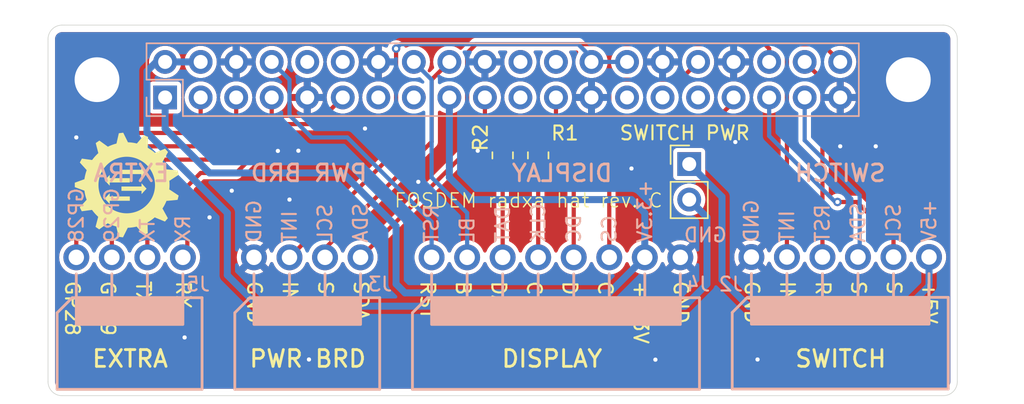
<source format=kicad_pcb>
(kicad_pcb (version 20240108) (generator "pcbnew") (generator_version "8.0")
  (title_block (comment 4 "AISLER Project ID: AAMJXCDQ"))
  (layers (0 "F.Cu" signal) (31 "B.Cu" signal) (34 "B.Paste" user) (35 "F.Paste" user) (36 "B.SilkS" user "B.Silkscreen") (37 "F.SilkS" user "F.Silkscreen") (38 "B.Mask" user) (39 "F.Mask" user) (44 "Edge.Cuts" user))
  (net 0 "")
  (net 1 "/DISP_DC")
  (net 2 "/DISP_CS")
  (net 3 "/NSW_RST")
  (net 4 "GND")
  (net 5 "+5V")
  (net 6 "/NSW_SDA")
  (net 7 "+3.3V")
  (net 8 "/NSW_INT")
  (net 9 "/PWR_BRD_SCL")
  (net 10 "/PWR_BRD_SDA")
  (net 11 "/NSW_SCL")
  (net 14 "/EXTRA_RX")
  (net 15 "/PWR_BRD_INT")
  (net 17 "/DISP_CLK")
  (net 18 "/DISP_BL")
  (net 20 "/EXTRA_GP28")
  (net 21 "/DISP_DAT")
  (net 22 "/DISP_RST")
  (net 23 "/EXTRA_GP29")
  (net 25 "Net-(J2-Pin_6)")
  (net 31 "/EXTRA_TX")
  (net 32 "Net-(J4-Pin_4)")
  (net 33 "Net-(J4-Pin_3)")
  (footprint "Connector_PinHeader_2.54mm:PinHeader_1x02_P2.54mm_Vertical" (layer "F.Cu") (at 170.0575 97.46)
    (property "Reference" "JP1" (hide yes))
    (property "Value" "SWITCH PWR" (at -0.3175 -2.2225 0) (layer "F.SilkS"))
    (fp_line (start -1.33 -1.33) (end 0 -1.33) (stroke (width 0.12)) (layer "F.SilkS"))
    (fp_line (start -1.33 0) (end -1.33 -1.33) (stroke (width 0.12)) (layer "F.SilkS"))
    (fp_line (start -1.33 1.27) (end -1.33 3.87) (stroke (width 0.12)) (layer "F.SilkS"))
    (fp_line (start -1.33 1.27) (end 1.33 1.27) (stroke (width 0.12)) (layer "F.SilkS"))
    (fp_line (start -1.33 3.87) (end 1.33 3.87) (stroke (width 0.12)) (layer "F.SilkS"))
    (fp_line (start 1.33 1.27) (end 1.33 3.87) (stroke (width 0.12)) (layer "F.SilkS"))
    (pad "1" thru_hole rect (at 0 0) (size 1.7 1.7) (drill 1) (layers "*.Cu" "*.Mask") (net 25 "Net-(J2-Pin_6)"))
    (pad "2" thru_hole oval (at 0 2.54) (size 1.7 1.7) (drill 1) (layers "*.Cu" "*.Mask") (net 5 "+5V"))
  )
  (footprint "MountingHole:MountingHole_3.2mm_M3_DIN965_Pad" (layer "F.Cu") (at 127.7225 91.4275)
    (property "Reference" "H2" (hide yes))
    (property "Value" "MountingHole_Pad")
    (pad "1" thru_hole circle (at 0 0) (size 5.6 5.6) (drill 3.2) (layers "*.Cu" "*.Mask") (net 4 "GND"))
  )
  (footprint "Resistor_SMD:R_0805_2012Metric" (layer "F.Cu") (at 156.7225 96.8375 -90)
    (property "Reference" "R2" (at -1.27 1.5875 90) (layer "F.SilkS"))
    (property "Value" "1Ω")
    (fp_line (start -0.227064 0.735) (end 0.227064 0.735) (stroke (width 0.12)) (layer "F.SilkS"))
    (fp_line (start -0.227064 -0.735) (end 0.227064 -0.735) (stroke (width 0.12)) (layer "F.SilkS"))
    (pad "1" smd roundrect (at -0.9125 0 270) (size 1.025 1.4) (layers "F.Cu" "F.Paste" "F.Mask") (roundrect_rratio 0.243902) (net 21 "/DISP_DAT"))
    (pad "2" smd roundrect (at 0.9125 0 270) (size 1.025 1.4) (layers "F.Cu" "F.Paste" "F.Mask") (roundrect_rratio 0.243902) (net 33 "Net-(J4-Pin_3)"))
  )
  (footprint "MountingHole:MountingHole_3.2mm_M3_DIN965_Pad" (layer "F.Cu") (at 185.7225 91.4275)
    (property "Reference" "H1" (hide yes))
    (property "Value" "MountingHole_Pad")
    (pad "1" thru_hole circle (at 0 0) (size 5.6 5.6) (drill 3.2) (layers "*.Cu" "*.Mask") (net 4 "GND"))
  )
  (footprint "Resistor_SMD:R_0805_2012Metric" (layer "F.Cu") (at 159.2625 96.8375 -90)
    (property "Reference" "R1" (at -1.5875 -1.905 180) (layer "F.SilkS"))
    (property "Value" "1Ω")
    (fp_line (start -0.227064 0.735) (end 0.227064 0.735) (stroke (width 0.12)) (layer "F.SilkS"))
    (fp_line (start -0.227064 -0.735) (end 0.227064 -0.735) (stroke (width 0.12)) (layer "F.SilkS"))
    (pad "1" smd roundrect (at -0.9125 0 270) (size 1.025 1.4) (layers "F.Cu" "F.Paste" "F.Mask") (roundrect_rratio 0.243902) (net 17 "/DISP_CLK"))
    (pad "2" smd roundrect (at 0.9125 0 270) (size 1.025 1.4) (layers "F.Cu" "F.Paste" "F.Mask") (roundrect_rratio 0.243902) (net 32 "Net-(J4-Pin_4)"))
  )
  (footprint "Connector_PinSocket_2.54mm:PinSocket_2x20_P2.54mm_Vertical" (layer "B.Cu") (at 132.5925 92.6975 -90)
    (property "Reference" "J1" (hide yes))
    (property "Value" "RADXA_HEADER")
    (fp_line (start -1.27 1.33) (end -3.87 1.33) (stroke (width 0.12)) (layer "B.SilkS"))
    (fp_line (start 1.33 1.33) (end 0 1.33) (stroke (width 0.12)) (layer "B.SilkS"))
    (fp_line (start 1.33 0) (end 1.33 1.33) (stroke (width 0.12)) (layer "B.SilkS"))
    (fp_line (start -1.27 -1.27) (end -1.27 1.33) (stroke (width 0.12)) (layer "B.SilkS"))
    (fp_line (start 1.33 -1.27) (end -1.27 -1.27) (stroke (width 0.12)) (layer "B.SilkS"))
    (fp_line (start -3.87 -49.59) (end -3.87 1.33) (stroke (width 0.12)) (layer "B.SilkS"))
    (fp_line (start 1.33 -49.59) (end 1.33 -1.27) (stroke (width 0.12)) (layer "B.SilkS"))
    (fp_line (start 1.33 -49.59) (end -3.87 -49.59) (stroke (width 0.12)) (layer "B.SilkS"))
    (pad "1" thru_hole rect (at 0 0 270) (size 1.7 1.7) (drill 1) (layers "*.Cu" "*.Mask") (net 7 "+3.3V"))
    (pad "2" thru_hole oval (at -2.54 0 270) (size 1.7 1.7) (drill 1) (layers "*.Cu" "*.Mask") (net 5 "+5V"))
    (pad "3" thru_hole oval (at 0 -2.54 270) (size 1.7 1.7) (drill 1) (layers "*.Cu" "*.Mask") (net 20 "/EXTRA_GP28"))
    (pad "4" thru_hole oval (at -2.54 -2.54 270) (size 1.7 1.7) (drill 1) (layers "*.Cu" "*.Mask") (net 5 "+5V"))
    (pad "5" thru_hole oval (at 0 -5.08 270) (size 1.7 1.7) (drill 1) (layers "*.Cu" "*.Mask") (net 23 "/EXTRA_GP29"))
    (pad "6" thru_hole oval (at -2.54 -5.08 270) (size 1.7 1.7) (drill 1) (layers "*.Cu" "*.Mask") (net 4 "GND"))
    (pad "7" thru_hole oval (at 0 -7.62 270) (size 1.7 1.7) (drill 1) (layers "*.Cu" "*.Mask") (net 31 "/EXTRA_TX"))
    (pad "8" thru_hole oval (at -2.54 -7.62 270) (size 1.7 1.7) (drill 1) (layers "*.Cu" "*.Mask") (net 22 "/DISP_RST"))
    (pad "9" thru_hole oval (at 0 -10.16 270) (size 1.7 1.7) (drill 1) (layers "*.Cu" "*.Mask") (net 4 "GND"))
    (pad "10" thru_hole oval (at -2.54 -10.16 270) (size 1.7 1.7) (drill 1) (layers "*.Cu" "*.Mask"))
    (pad "11" thru_hole oval (at 0 -12.7 270) (size 1.7 1.7) (drill 1) (layers "*.Cu" "*.Mask") (net 14 "/EXTRA_RX"))
    (pad "12" thru_hole oval (at -2.54 -12.7 270) (size 1.7 1.7) (drill 1) (layers "*.Cu" "*.Mask"))
    (pad "13" thru_hole oval (at 0 -15.24 270) (size 1.7 1.7) (drill 1) (layers "*.Cu" "*.Mask"))
    (pad "14" thru_hole oval (at -2.54 -15.24 270) (size 1.7 1.7) (drill 1) (layers "*.Cu" "*.Mask") (net 4 "GND"))
    (pad "15" thru_hole oval (at 0 -17.78 270) (size 1.7 1.7) (drill 1) (layers "*.Cu" "*.Mask"))
    (pad "16" thru_hole oval (at -2.54 -17.78 270) (size 1.7 1.7) (drill 1) (layers "*.Cu" "*.Mask") (net 18 "/DISP_BL"))
    (pad "17" thru_hole oval (at 0 -20.32 270) (size 1.7 1.7) (drill 1) (layers "*.Cu" "*.Mask") (net 7 "+3.3V"))
    (pad "18" thru_hole oval (at -2.54 -20.32 270) (size 1.7 1.7) (drill 1) (layers "*.Cu" "*.Mask") (net 9 "/PWR_BRD_SCL"))
    (pad "19" thru_hole oval (at 0 -22.86 270) (size 1.7 1.7) (drill 1) (layers "*.Cu" "*.Mask") (net 21 "/DISP_DAT"))
    (pad "20" thru_hole oval (at -2.54 -22.86 270) (size 1.7 1.7) (drill 1) (layers "*.Cu" "*.Mask") (net 4 "GND"))
    (pad "21" thru_hole oval (at 0 -25.4 270) (size 1.7 1.7) (drill 1) (layers "*.Cu" "*.Mask"))
    (pad "22" thru_hole oval (at -2.54 -25.4 270) (size 1.7 1.7) (drill 1) (layers "*.Cu" "*.Mask"))
    (pad "23" thru_hole oval (at 0 -27.94 270) (size 1.7 1.7) (drill 1) (layers "*.Cu" "*.Mask") (net 17 "/DISP_CLK"))
    (pad "24" thru_hole oval (at -2.54 -27.94 270) (size 1.7 1.7) (drill 1) (layers "*.Cu" "*.Mask"))
    (pad "25" thru_hole oval (at 0 -30.48 270) (size 1.7 1.7) (drill 1) (layers "*.Cu" "*.Mask") (net 4 "GND"))
    (pad "26" thru_hole oval (at -2.54 -30.48 270) (size 1.7 1.7) (drill 1) (layers "*.Cu" "*.Mask") (net 15 "/PWR_BRD_INT"))
    (pad "27" thru_hole oval (at 0 -33.02 270) (size 1.7 1.7) (drill 1) (layers "*.Cu" "*.Mask"))
    (pad "28" thru_hole oval (at -2.54 -33.02 270) (size 1.7 1.7) (drill 1) (layers "*.Cu" "*.Mask") (net 15 "/PWR_BRD_INT"))
    (pad "29" thru_hole oval (at 0 -35.56 270) (size 1.7 1.7) (drill 1) (layers "*.Cu" "*.Mask"))
    (pad "30" thru_hole oval (at -2.54 -35.56 270) (size 1.7 1.7) (drill 1) (layers "*.Cu" "*.Mask") (net 4 "GND"))
    (pad "31" thru_hole oval (at 0 -38.1 270) (size 1.7 1.7) (drill 1) (layers "*.Cu" "*.Mask"))
    (pad "32" thru_hole oval (at -2.54 -38.1 270) (size 1.7 1.7) (drill 1) (layers "*.Cu" "*.Mask") (net 1 "/DISP_DC"))
    (pad "33" thru_hole oval (at 0 -40.64 270) (size 1.7 1.7) (drill 1) (layers "*.Cu" "*.Mask") (net 2 "/DISP_CS"))
    (pad "34" thru_hole oval (at -2.54 -40.64 270) (size 1.7 1.7) (drill 1) (layers "*.Cu" "*.Mask") (net 4 "GND"))
    (pad "35" thru_hole oval (at 0 -43.18 270) (size 1.7 1.7) (drill 1) (layers "*.Cu" "*.Mask") (net 11 "/NSW_SCL"))
    (pad "36" thru_hole oval (at -2.54 -43.18 270) (size 1.7 1.7) (drill 1) (layers "*.Cu" "*.Mask") (net 10 "/PWR_BRD_SDA"))
    (pad "37" thru_hole oval (at 0 -45.72 270) (size 1.7 1.7) (drill 1) (layers "*.Cu" "*.Mask") (net 6 "/NSW_SDA"))
    (pad "38" thru_hole oval (at -2.54 -45.72 270) (size 1.7 1.7) (drill 1) (layers "*.Cu" "*.Mask") (net 8 "/NSW_INT"))
    (pad "39" thru_hole oval (at 0 -48.26 270) (size 1.7 1.7) (drill 1) (layers "*.Cu" "*.Mask") (net 4 "GND"))
    (pad "40" thru_hole oval (at -2.54 -48.26 270) (size 1.7 1.7) (drill 1) (layers "*.Cu" "*.Mask") (net 3 "/NSW_RST"))
  )
  (footprint "Connector_MTA-100:mta100_01x8_P2.54_640455-8" (layer "B.Cu") (at 169.4225 104.1275 180)
    (property "Reference" "J4" (at -2.2225 -1.9175 180) (layer "B.SilkS") (effects (justify left mirror)))
    (property "Value" "Header_01x08")
    (fp_line (start 19.15 -3.965109) (end 18.069891 -2.885) (stroke (width 0.2)) (layer "B.SilkS"))
    (fp_line (start 19.15 -9.435) (end 19.15 -3.965109) (stroke (width 0.2)) (layer "B.SilkS"))
    (fp_line (start 18.069891 -2.885) (end -1.37 -2.885) (stroke (width 0.2)) (layer "B.SilkS"))
    (fp_line (start 17.78 -2.985) (end 17.78 -1.185) (stroke (width 0.2)) (layer "B.SilkS"))
    (fp_line (start 15.24 -2.985) (end 15.24 -1.185) (stroke (width 0.2)) (layer "B.SilkS"))
    (fp_line (start 12.7 -2.985) (end 12.7 -1.185) (stroke (width 0.2)) (layer "B.SilkS"))
    (fp_line (start 10.16 -2.985) (end 10.16 -1.185) (stroke (width 0.2)) (layer "B.SilkS"))
    (fp_line (start 7.62 -2.985) (end 7.62 -1.185) (stroke (width 0.2)) (layer "B.SilkS"))
    (fp_line (start 5.08 -2.985) (end 5.08 -1.185) (stroke (width 0.2)) (layer "B.SilkS"))
    (fp_line (start 2.54 -2.985) (end 2.54 -1.185) (stroke (width 0.2)) (layer "B.SilkS"))
    (fp_line (start 0 -2.985) (end 0 -1.185) (stroke (width 0.2)) (layer "B.SilkS"))
    (fp_line (start -1.37 -2.885) (end -1.37 -9.435) (stroke (width 0.2)) (layer "B.SilkS"))
    (fp_line (start -1.37 -9.435) (end 19.15 -9.435) (stroke (width 0.2)) (layer "B.SilkS"))
    (fp_rect (start 0 -2.885) (end 17.78 -4.795) (stroke (width 0.2)) (fill solid) (layer "B.SilkS"))
    (fp_text user "${Purpose Pin6}" (at 5.08 0.9525 90) (layer "B.SilkS") (effects (justify right mirror)))
    (fp_text user "${Purpose Pin7}" (at 2.54 0.9525 90) (layer "B.SilkS") (effects (justify right mirror)))
    (fp_text user "${Purpose Pin3}" (at 12.7 0.9525 90) (layer "B.SilkS") (effects (justify right mirror)))
    (fp_text user "${Purpose Pin8}" (at -0.168908 1.595761 180) (layer "B.SilkS") (effects (justify right mirror)))
    (fp_text user "${Purpose}" (at 8.45 6.02 0) (layer "B.SilkS") (effects (font (size 1.2 1.2) (thickness 0.2)) (justify mirror)))
    (fp_text user "${Purpose Pin1}" (at 17.792712 0.967859 90) (layer "B.SilkS") (effects (justify right mirror)))
    (fp_text user "${Purpose Pin2}" (at 15.24 0.9525 90) (layer "B.SilkS") (effects (justify right mirror)))
    (fp_text user "${Purpose Pin4}" (at 10.16 0.9525 90) (layer "B.SilkS") (effects (justify right mirror)))
    (fp_text user "${Purpose Pin5}" (at 7.62 0.9525 90) (layer "B.SilkS") (effects (justify right mirror)))
    (pad "1" thru_hole circle (at 17.78 0 180) (size 1.85 1.85) (drill 1.1) (layers "*.Cu" "*.Mask") (net 22 "/DISP_RST"))
    (pad "2" thru_hole circle (at 15.24 0 180) (size 1.85 1.85) (drill 1.1) (layers "*.Cu" "*.Mask") (net 18 "/DISP_BL"))
    (pad "3" thru_hole circle (at 12.7 0 180) (size 1.85 1.85) (drill 1.1) (layers "*.Cu" "*.Mask") (net 33 "Net-(J4-Pin_3)"))
    (pad "4" thru_hole circle (at 10.16 0 180) (size 1.85 1.85) (drill 1.1) (layers "*.Cu" "*.Mask") (net 32 "Net-(J4-Pin_4)"))
    (pad "5" thru_hole circle (at 7.62 0 180) (size 1.85 1.85) (drill 1.1) (layers "*.Cu" "*.Mask") (net 1 "/DISP_DC"))
    (pad "6" thru_hole circle (at 5.08 0 180) (size 1.85 1.85) (drill 1.1) (layers "*.Cu" "*.Mask") (net 2 "/DISP_CS"))
    (pad "7" thru_hole circle (at 2.54 0 180) (size 1.85 1.85) (drill 1.1) (layers "*.Cu" "*.Mask") (net 7 "+3.3V"))
    (pad "8" thru_hole circle (at 0 0 180) (size 1.85 1.85) (drill 1.1) (layers "*.Cu" "*.Mask") (net 4 "GND"))
  )
  (footprint "Connector_MTA-100:mta100_01x4_P2.54_640455-4" (layer "B.Cu") (at 133.8625 104.1275 180)
    (property "Reference" "J5" (at -2.0275 -1.9175 0) (layer "B.SilkS") (effects (justify left mirror)))
    (property "Value" "Header_01x04")
    (fp_line (start 8.99 -3.965109) (end 7.909891 -2.885) (stroke (width 0.2)) (layer "B.SilkS"))
    (fp_line (start 8.99 -9.435) (end 8.99 -3.965109) (stroke (width 0.2)) (layer "B.SilkS"))
    (fp_line (start 7.909891 -2.885) (end -1.37 -2.885) (stroke (width 0.2)) (layer "B.SilkS"))
    (fp_line (start 7.62 -2.985) (end 7.62 -1.185) (stroke (width 0.2)) (layer "B.SilkS"))
    (fp_line (start 5.08 -2.985) (end 5.08 -1.185) (stroke (width 0.2)) (layer "B.SilkS"))
    (fp_line (start 2.54 -2.985) (end 2.54 -1.185) (stroke (width 0.2)) (layer "B.SilkS"))
    (fp_line (start 0 -2.985) (end 0 -1.185) (stroke (width 0.2)) (layer "B.SilkS"))
    (fp_line (start -1.37 -2.885) (end -1.37 -9.435) (stroke (width 0.2)) (layer "B.SilkS"))
    (fp_line (start -1.37 -9.435) (end 8.99 -9.435) (stroke (width 0.2)) (layer "B.SilkS"))
    (fp_rect (start 0 -2.885) (end 7.62 -4.795) (stroke (width 0.2)) (fill solid) (layer "B.SilkS"))
    (fp_text user "${Purpose Pin3}" (at 2.54 0.9525 90) (layer "B.SilkS") (effects (justify right mirror)))
    (fp_text user "${Purpose}" (at 3.6875 6.02 0) (layer "B.SilkS") (effects (font (size 1.2 1.2) (thickness 0.2)) (justify mirror)))
    (fp_text user "${Purpose Pin4}" (at 0 0.9525 90) (layer "B.SilkS") (effects (justify right mirror)))
    (fp_text user "${Purpose Pin1}" (at 7.62 0.9525 90) (layer "B.SilkS") (effects (justify right mirror)))
    (fp_text user "${Purpose Pin2}" (at 5.08 0.9525 90) (layer "B.SilkS") (effects (justify right mirror)))
    (pad "1" thru_hole circle (at 7.62 0 180) (size 1.85 1.85) (drill 1.1) (layers "*.Cu" "*.Mask") (net 20 "/EXTRA_GP28"))
    (pad "2" thru_hole circle (at 5.08 0 180) (size 1.85 1.85) (drill 1.1) (layers "*.Cu" "*.Mask") (net 23 "/EXTRA_GP29"))
    (pad "3" thru_hole circle (at 2.54 0 180) (size 1.85 1.85) (drill 1.1) (layers "*.Cu" "*.Mask") (net 31 "/EXTRA_TX"))
    (pad "4" thru_hole circle (at 0 0 180) (size 1.85 1.85) (drill 1.1) (layers "*.Cu" "*.Mask") (net 14 "/EXTRA_RX"))
  )
  (footprint "Connector_MTA-100:mta100_01x6_P2.54_640455-6" (layer "B.Cu") (at 187.2025 104.105 180)
    (property "Reference" "J2" (at 13.2125 -1.94 180) (layer "B.SilkS") (effects (justify left mirror)))
    (property "Value" "Header_01x06")
    (fp_line (start 14.07 -3.965109) (end 12.989891 -2.885) (stroke (width 0.2)) (layer "B.SilkS"))
    (fp_line (start 14.07 -9.435) (end 14.07 -3.965109) (stroke (width 0.2)) (layer "B.SilkS"))
    (fp_line (start 12.989891 -2.885) (end -1.37 -2.885) (stroke (width 0.2)) (layer "B.SilkS"))
    (fp_line (start 12.7 -2.985) (end 12.7 -1.185) (stroke (width 0.2)) (layer "B.SilkS"))
    (fp_line (start 10.16 -2.985) (end 10.16 -1.185) (stroke (width 0.2)) (layer "B.SilkS"))
    (fp_line (start 7.62 -2.985) (end 7.62 -1.185) (stroke (width 0.2)) (layer "B.SilkS"))
    (fp_line (start 5.08 -2.985) (end 5.08 -1.185) (stroke (width 0.2)) (layer "B.SilkS"))
    (fp_line (start 2.54 -2.985) (end 2.54 -1.185) (stroke (width 0.2)) (layer "B.SilkS"))
    (fp_line (start 0 -2.985) (end 0 -1.185) (stroke (width 0.2)) (layer "B.SilkS"))
    (fp_line (start -1.37 -2.885) (end -1.37 -9.435) (stroke (width 0.2)) (layer "B.SilkS"))
    (fp_line (start -1.37 -9.435) (end 14.07 -9.435) (stroke (width 0.2)) (layer "B.SilkS"))
    (fp_rect (start 0 -2.885) (end 12.7 -4.795) (stroke (width 0.2)) (fill solid) (layer "B.SilkS"))
    (fp_text user "${Purpose Pin2}" (at 10.16 0.9525 90) (layer "B.SilkS") (effects (justify right mirror)))
    (fp_text user "${Purpose Pin1}" (at 12.7 0.9525 90) (layer "B.SilkS") (effects (justify right mirror)))
    (fp_text user "${Purpose}" (at 6.35 5.9975 0) (layer "B.SilkS") (effects (font (size 1.2 1.2) (thickness 0.2)) (justify mirror)))
    (fp_text user "${Purpose Pin3}" (at 7.62 0.9525 90) (layer "B.SilkS") (effects (justify right mirror)))
    (fp_text user "${Purpose Pin6}" (at 0 0.9525 90) (layer "B.SilkS") (effects (justify right mirror)))
    (fp_text user "${Purpose Pin4}" (at 5.08 0.9525 90) (layer "B.SilkS") (effects (justify right mirror)))
    (fp_text user "${Purpose Pin5}" (at 2.54 0.9525 90) (layer "B.SilkS") (effects (justify right mirror)))
    (pad "1" thru_hole circle (at 12.7 0 180) (size 1.85 1.85) (drill 1.1) (layers "*.Cu" "*.Mask") (net 4 "GND"))
    (pad "2" thru_hole circle (at 10.16 0 180) (size 1.85 1.85) (drill 1.1) (layers "*.Cu" "*.Mask") (net 3 "/NSW_RST"))
    (pad "3" thru_hole circle (at 7.62 0 180) (size 1.85 1.85) (drill 1.1) (layers "*.Cu" "*.Mask") (net 8 "/NSW_INT"))
    (pad "4" thru_hole circle (at 5.08 0 180) (size 1.85 1.85) (drill 1.1) (layers "*.Cu" "*.Mask") (net 6 "/NSW_SDA"))
    (pad "5" thru_hole circle (at 2.54 0 180) (size 1.85 1.85) (drill 1.1) (layers "*.Cu" "*.Mask") (net 11 "/NSW_SCL"))
    (pad "6" thru_hole circle (at 0 0 180) (size 1.85 1.85) (drill 1.1) (layers "*.Cu" "*.Mask") (net 25 "Net-(J2-Pin_6)"))
  )
  (footprint "Connector_MTA-100:mta100_01x4_P2.54_640455-4" (layer "B.Cu") (at 146.5625 104.1275 180)
    (property "Reference" "J3" (at -2.345 -1.9175 0) (layer "B.SilkS") (effects (justify left mirror)))
    (property "Value" "Header_01x04")
    (fp_line (start 8.99 -3.965109) (end 7.909891 -2.885) (stroke (width 0.2)) (layer "B.SilkS"))
    (fp_line (start 8.99 -9.435) (end 8.99 -3.965109) (stroke (width 0.2)) (layer "B.SilkS"))
    (fp_line (start 7.909891 -2.885) (end -1.37 -2.885) (stroke (width 0.2)) (layer "B.SilkS"))
    (fp_line (start 7.62 -2.985) (end 7.62 -1.185) (stroke (width 0.2)) (layer "B.SilkS"))
    (fp_line (start 5.08 -2.985) (end 5.08 -1.185) (stroke (width 0.2)) (layer "B.SilkS"))
    (fp_line (start 2.54 -2.985) (end 2.54 -1.185) (stroke (width 0.2)) (layer "B.SilkS"))
    (fp_line (start 0 -2.985) (end 0 -1.185) (stroke (width 0.2)) (layer "B.SilkS"))
    (fp_line (start -1.37 -2.885) (end -1.37 -9.435) (stroke (width 0.2)) (layer "B.SilkS"))
    (fp_line (start -1.37 -9.435) (end 8.99 -9.435) (stroke (width 0.2)) (layer "B.SilkS"))
    (fp_rect (start 0 -2.885) (end 7.62 -4.795) (stroke (width 0.2)) (fill solid) (layer "B.SilkS"))
    (fp_text user "${Purpose Pin4}" (at 0 0.9525 90) (layer "B.SilkS") (effects (justify right mirror)))
    (fp_text user "${Purpose Pin2}" (at 5.08 0.9525 90) (layer "B.SilkS") (effects (justify right mirror)))
    (fp_text user "${Purpose Pin3}" (at 2.54 0.9525 90) (layer "B.SilkS") (effects (justify right mirror)))
    (fp_text user "${Purpose Pin1}" (at 7.62 0.9525 90) (layer "B.SilkS") (effects (justify right mirror)))
    (fp_text user "${Purpose}" (at 3.6875 6.02 0) (layer "B.SilkS") (effects (font (size 1.2 1.2) (thickness 0.2)) (justify mirror)))
    (pad "1" thru_hole circle (at 7.62 0 180) (size 1.85 1.85) (drill 1.1) (layers "*.Cu" "*.Mask") (net 4 "GND"))
    (pad "2" thru_hole circle (at 5.08 0 180) (size 1.85 1.85) (drill 1.1) (layers "*.Cu" "*.Mask") (net 15 "/PWR_BRD_INT"))
    (pad "3" thru_hole circle (at 2.54 0 180) (size 1.85 1.85) (drill 1.1) (layers "*.Cu" "*.Mask") (net 9 "/PWR_BRD_SCL"))
    (pad "4" thru_hole circle (at 0 0 180) (size 1.85 1.85) (drill 1.1) (layers "*.Cu" "*.Mask") (net 10 "/PWR_BRD_SDA"))
  )
  (gr_poly (pts (xy 131.265969 98.021645) (xy 130.886819 98.409676) (xy 130.886819 98.176857) (xy 129.370172 98.176857) (xy 129.370172 97.866433) (xy 130.886819 97.866433) (xy 130.886819 97.633614)) (stroke (width -0.000001)) (fill solid) (layer "F.SilkS"))
  (gr_poly (pts (xy 129.935861 95.902626) (xy 130.016696 95.906155) (xy 130.097367 95.911815) (xy 130.177832 95.919601) (xy 130.258048 95.929509) (xy 130.337975 95.941532) (xy 130.41757 95.955665) (xy 130.496793 95.971904) (xy 130.575601 95.990242) (xy 130.5776 95.982613) (xy 131.072961 95.399788) (xy 131.369317 95.512947) (xy 131.350183 96.277657) (xy 131.342172 96.292305) (xy 131.411823 96.332544) (xy 131.480359 96.374579) (xy 131.547745 96.418386) (xy 131.613946 96.46394) (xy 131.678928 96.511218) (xy 131.742658 96.560196) (xy 131.8051 96.610849) (xy 131.86622 96.663155) (xy 131.881112 96.645882) (xy 132.59057 96.360024) (xy 132.800363 96.597969) (xy 132.428048 97.266121) (xy 132.405236 97.281349) (xy 132.448266 97.349006) (xy 132.489486 97.417736) (xy 132.528877 97.4875) (xy 132.566421 97.558262) (xy 132.602098 97.629984) (xy 132.635891 97.702628) (xy 132.66778 97.776157) (xy 132.697747 97.850533) (xy 132.727151 97.838967) (xy 133.488107 97.915596) (xy 133.563333 98.223732) (xy 132.923165 98.642342) (xy 132.892388 98.645699) (xy 132.896167 98.684642) (xy 132.899447 98.723626) (xy 132.902228 98.762646) (xy 132.90451 98.801697) (xy 132.906293 98.840774) (xy 132.907578 98.879871) (xy 132.908365 98.918984) (xy 132.908654 98.958107) (xy 132.90793 98.99907) (xy 132.90666 99.040016) (xy 132.904845 99.08094) (xy 132.902484 99.121834) (xy 132.899577 99.162694) (xy 132.896125 99.203515) (xy 132.892127 99.244289) (xy 132.887582 99.285012) (xy 132.921685 99.288827) (xy 133.55993 99.710335) (xy 133.483361 100.018105) (xy 132.721978 100.091347) (xy 132.694558 100.080391) (xy 132.664004 100.154563) (xy 132.63153 100.227869) (xy 132.597158 100.300273) (xy 132.560906 100.371739) (xy 132.522795 100.442231) (xy 132.482844 100.511712) (xy 132.441072 100.580147) (xy 132.3975 100.6475) (xy 132.420403 100.662819) (xy 132.789742 101.332619) (xy 132.57882 101.569619) (xy 131.870675 101.280526) (xy 131.856469 101.263955) (xy 131.79515 101.316087) (xy 131.732513 101.366564) (xy 131.668591 101.415361) (xy 131.603419 101.462452) (xy 131.537033 101.507815) (xy 131.469465 101.551423) (xy 131.400751 101.593253) (xy 131.330926 101.633278) (xy 131.338021 101.646432) (xy 131.353707 102.411141) (xy 131.056817 102.522957) (xy 130.564096 101.937966) (xy 130.562097 101.929024) (xy 130.483266 101.946902) (xy 130.404032 101.962677) (xy 130.324438 101.976344) (xy 130.244525 101.9879) (xy 130.164335 101.997343) (xy 130.08391 102.004667) (xy 130.003293 102.00987) (xy 129.922524 102.012948) (xy 129.922524 102.014321) (xy 129.581002 102.698769) (xy 129.266229 102.659829) (xy 129.101678 101.920632) (xy 129.022394 101.89964) (xy 128.943744 101.876546) (xy 128.865771 101.851362) (xy 128.788514 101.824105) (xy 128.712016 101.794787) (xy 128.636317 101.763424) (xy 128.561458 101.73003) (xy 128.487481 101.694619) (xy 127.877664 102.129647) (xy 127.616998 101.9488) (xy 127.808282 101.229867) (xy 127.747158 101.173582) (xy 127.687619 101.115689) (xy 127.629695 101.056223) (xy 127.573417 100.995217) (xy 127.518814 100.932706) (xy 127.465918 100.868725) (xy 127.414758 100.803308) (xy 127.365365 100.736489) (xy 126.633874 100.834115) (xy 126.487161 100.552834) (xy 126.982781 100.010262) (xy 126.954996 99.931294) (xy 126.929393 99.851639) (xy 126.905986 99.771344) (xy 126.884786 99.690453) (xy 126.865804 99.609013) (xy 126.849053 99.52707) (xy 126.834544 99.444668) (xy 126.822289 99.361855) (xy 126.134652 99.108986) (xy 126.13484 98.931684) (xy 127.827581 98.931684) (xy 127.828847 99.032013) (xy 127.835184 99.132901) (xy 127.846685 99.234195) (xy 127.863444 99.335741) (xy 127.885552 99.437386) (xy 127.912766 99.537781) (xy 127.944682 99.635624) (xy 127.981147 99.73082) (xy 128.022009 99.823276) (xy 128.067112 99.9129) (xy 128.116305 99.999598) (xy 128.169433 100.083277) (xy 128.226343 100.163843) (xy 128.286882 100.241204) (xy 128.350896 100.315266) (xy 128.418232 100.385936) (xy 128.488736 100.45312) (xy 128.562255 100.516726) (xy 128.638635 100.57666) (xy 128.717723 100.632829) (xy 128.799365 100.685139) (xy 128.883408 100.733498) (xy 128.969699 100.777813) (xy 129.058084 100.817989) (xy 129.14841 100.853934) (xy 129.240523 100.885555) (xy 129.334269 100.912758) (xy 129.429496 100.93545) (xy 129.526049 100.953538) (xy 129.623776 100.966929) (xy 129.722523 100.975528) (xy 129.822136 100.979244) (xy 129.922463 100.977983) (xy 130.023348 100.971652) (xy 130.12464 100.960157) (xy 130.226185 100.943405) (xy 130.327828 100.921303) (xy 130.428229 100.89409) (xy 130.526077 100.862173) (xy 130.621278 100.825707) (xy 130.713739 100.784844) (xy 130.803367 100.739739) (xy 130.890068 100.690545) (xy 130.97375 100.637415) (xy 131.05432 100.580502) (xy 131.131683 100.519961) (xy 131.205747 100.455944) (xy 131.276419 100.388605) (xy 131.343604 100.318098) (xy 131.407211 100.244576) (xy 131.467146 100.168192) (xy 131.523315 100.089101) (xy 131.575625 100.007454) (xy 131.623984 99.923407) (xy 131.668297 99.837112) (xy 131.708472 99.748723) (xy 131.744416 99.658393) (xy 131.776034 99.566276) (xy 131.803235 99.472525) (xy 131.825924 99.377294) (xy 131.844008 99.280735) (xy 131.857395 99.183004) (xy 131.86599 99.084253) (xy 131.869702 98.984635) (xy 131.868435 98.884304) (xy 131.862098 98.783414) (xy 131.850597 98.682117) (xy 131.833839 98.580568) (xy 131.81173 98.47892) (xy 131.78854 98.392237) (xy 131.761775 98.307323) (xy 131.73153 98.224251) (xy 131.697902 98.143092) (xy 131.660986 98.063919) (xy 131.620876 97.986803) (xy 131.577667 97.911815) (xy 131.531456 97.839028) (xy 131.482337 97.768513) (xy 131.430405 97.700342) (xy 131.318484 97.571321) (xy 131.196456 97.452537) (xy 131.065082 97.344567) (xy 130.925123 97.247983) (xy 130.777342 97.16336) (xy 130.6225 97.091273) (xy 130.542669 97.06011) (xy 130.461358 97.032296) (xy 130.378664 97.007903) (xy 130.29468 96.987003) (xy 130.209502 96.969667) (xy 130.123225 96.955968) (xy 130.035945 96.945978) (xy 129.947757 96.939767) (xy 129.858756 96.937408) (xy 129.769036 96.938973) (xy 129.71856 96.941594) (xy 129.668188 96.945475) (xy 129.617943 96.950611) (xy 129.567849 96.957001) (xy 129.51793 96.964641) (xy 129.468208 96.973528) (xy 129.418709 96.98366) (xy 129.369454 96.995034) (xy 129.269054 97.022247) (xy 129.171206 97.054164) (xy 129.076005 97.09063) (xy 128.983544 97.131492) (xy 128.893916 97.176598) (xy 128.807215 97.225792) (xy 128.723533 97.278922) (xy 128.642963 97.335834) (xy 128.5656 97.396376) (xy 128.491536 97.460392) (xy 128.420864 97.52773) (xy 128.353679 97.598237) (xy 128.290072 97.671759) (xy 128.230137 97.748142) (xy 128.173968 97.827233) (xy 128.121657 97.908879) (xy 128.073299 97.992925) (xy 128.028985 98.079219) (xy 127.98881 98.167608) (xy 127.952867 98.257937) (xy 127.921249 98.350053) (xy 127.894048 98.443802) (xy 127.871359 98.539032) (xy 127.853275 98.635589) (xy 127.839888 98.733318) (xy 127.831292 98.832068) (xy 127.827581 98.931684) (xy 126.13484 98.931684) (xy 126.134988 98.791756) (xy 126.823663 98.54197) (xy 126.836035 98.459066) (xy 126.850669 98.376578) (xy 126.867553 98.294551) (xy 126.886674 98.213032) (xy 126.908021 98.132066) (xy 126.931582 98.0517) (xy 126.957345 97.97198) (xy 126.985299 97.892952) (xy 126.493966 97.349434) (xy 126.642007 97.068856) (xy 127.373574 97.170082) (xy 127.423077 97.10329) (xy 127.474347 97.037907) (xy 127.527355 96.973967) (xy 127.582068 96.911503) (xy 127.638458 96.850548) (xy 127.696493 96.791136) (xy 127.756142 96.733299) (xy 127.817376 96.677071) (xy 127.630136 95.958565) (xy 127.891595 95.778969) (xy 128.500451 96.217934) (xy 128.574438 96.182716) (xy 128.649303 96.149512) (xy 128.725003 96.118336) (xy 128.801497 96.089203) (xy 128.878743 96.062127) (xy 128.956699 96.037123) (xy 129.035323 96.014204) (xy 129.114572 95.993386) (xy 129.282449 95.255104) (xy 129.597482 95.217537)) (stroke (width -0.000001)) (fill solid) (layer "F.SilkS"))
  (gr_poly (pts (xy 128.631799 98.465096) (xy 130.068612 98.465096) (xy 130.068612 98.775521) (xy 128.631799 98.775551) (xy 128.631799 99.00837) (xy 128.272607 98.620308) (xy 128.631799 98.232277)) (stroke (width -0.000001)) (fill solid) (layer "F.SilkS"))
  (gr_poly (pts (xy 131.265939 99.218972) (xy 130.906747 99.607003) (xy 130.906747 99.374215) (xy 129.469934 99.374215) (xy 129.469934 99.06379) (xy 130.906747 99.063759) (xy 130.906747 98.830941)) (stroke (width -0.000001)) (fill solid) (layer "F.SilkS"))
  (gr_poly (pts (xy 128.631799 99.773324) (xy 130.068612 99.773324) (xy 130.068612 100.083748) (xy 128.631799 100.083748) (xy 128.631799 100.316567) (xy 128.272607 99.928536) (xy 128.631799 99.540505)) (stroke (width -0.000001)) (fill solid) (layer "F.SilkS"))
  (gr_arc (start 189.2225 113.0175) (mid 188.929607 113.724607) (end 188.2225 114.0175) (stroke (width 0.05)) (layer "Edge.Cuts"))
  (gr_line (start 124.2225 88.5275) (end 124.2225 113.0175) (stroke (width 0.05)) (layer "Edge.Cuts"))
  (gr_line (start 188.2225 87.5275) (end 125.2225 87.5275) (stroke (width 0.05)) (layer "Edge.Cuts"))
  (gr_arc (start 125.2225 114.0175) (mid 124.515393 113.724607) (end 124.2225 113.0175) (stroke (width 0.05)) (layer "Edge.Cuts"))
  (gr_line (start 189.2225 88.5275) (end 189.2225 113.0175) (stroke (width 0.05)) (layer "Edge.Cuts"))
  (gr_arc (start 124.2225 88.5275) (mid 124.515393 87.820393) (end 125.2225 87.5275) (stroke (width 0.05)) (layer "Edge.Cuts"))
  (gr_arc (start 188.2225 87.5275) (mid 188.929607 87.820393) (end 189.2225 88.5275) (stroke (width 0.05)) (layer "Edge.Cuts"))
  (gr_line (start 188.2225 114.0175) (end 125.2225 114.0175) (stroke (width 0.05)) (layer "Edge.Cuts"))
  (gr_text "GP28" (at 125.96 105.7275 270) (layer "F.SilkS") (effects (font (size 1 1)) (justify left)))
  (gr_text "SWITCH" (at 180.8875 112.0775 0) (layer "F.SilkS") (effects (font (size 1.2 1.2) (thickness 0.2) (bold yes)) (justify bottom)))
  (gr_text "SCL" (at 144.0575 105.7275 270) (layer "F.SilkS") (effects (font (size 1 1)) (justify left)))
  (gr_text "DISPLAY" (at 160.25 112.0775 0) (layer "F.SilkS") (effects (font (size 1.2 1.2) (thickness 0.2) (bold yes)) (justify bottom)))
  (gr_text "PWR BRD" (at 142.7875 112.0775 0) (layer "F.SilkS") (effects (font (size 1.2 1.2) (thickness 0.2) (bold yes)) (justify bottom)))
  (gr_text "FOSDEM radxa hat rev. C" (at 148.9075 100.6475 0) (layer "F.SilkS") (effects (font (size 1 1) (thickness 0.1)) (justify left bottom)))
  (gr_text "GND" (at 169.4575 105.7275 270) (layer "F.SilkS") (effects (font (size 1 1)) (justify left)))
  (gr_text "BL" (at 153.9 105.7275 270) (layer "F.SilkS") (effects (font (size 1 1)) (justify left)))
  (gr_text "CLK" (at 158.98 105.7275 270) (layer "F.SilkS") (effects (font (size 1 1)) (justify left)))
  (gr_text "DAT" (at 156.44 105.7275 270) (layer "F.SilkS") (effects (font (size 1 1)) (justify left)))
  (gr_text "TX" (at 131.04 105.7275 270) (layer "F.SilkS") (effects (font (size 1 1)) (justify left)))
  (gr_text "GP29" (at 128.5 105.7275 270) (layer "F.SilkS") (effects (font (size 1 1)) (justify left)))
  (gr_text "INT" (at 177.0775 105.7275 270) (layer "F.SilkS") (effects (font (size 1 1)) (justify left)))
  (gr_text "RX" (at 133.8975 105.7275 270) (layer "F.SilkS") (effects (font (size 1 1)) (justify left)))
  (gr_text "GND" (at 138.9775 105.7275 270) (layer "F.SilkS") (effects (font (size 1 1)) (justify left)))
  (gr_text "SCL" (at 184.6975 105.7275 270) (layer "F.SilkS") (effects (font (size 1 1)) (justify left)))
  (gr_text "RST" (at 179.6175 105.7275 270) (layer "F.SilkS") (effects (font (size 1 1)) (justify left)))
  (gr_text "SDA" (at 182.1575 105.7275 270) (layer "F.SilkS") (effects (font (size 1 1)) (justify left)))
  (gr_text "+5V" (at 187.2375 105.7275 270) (layer "F.SilkS") (effects (font (size 1 1)) (justify left)))
  (gr_text "SDA" (at 146.5975 105.7275 270) (layer "F.SilkS") (effects (font (size 1 1)) (justify left)))
  (gr_text "EXTRA" (at 130.0875 112.0775 0) (layer "F.SilkS") (effects (font (size 1.2 1.2) (thickness 0.2) (bold yes)) (justify bottom)))
  (gr_text "GND" (at 174.5375 105.7275 270) (layer "F.SilkS") (effects (font (size 1 1)) (justify left)))
  (gr_text "RST" (at 151.36 105.7275 270) (layer "F.SilkS") (effects (font (size 1 1)) (justify left)))
  (gr_text "+3.3V" (at 166.6 105.7275 270) (layer "F.SilkS") (effects (font (size 1 1)) (justify left)))
  (gr_text "INT" (at 141.5175 105.7275 270) (layer "F.SilkS") (effects (font (size 1 1)) (justify left)))
  (gr_text "CS" (at 164.06 105.7275 270) (layer "F.SilkS") (effects (font (size 1 1)) (justify left)))
  (gr_text "DC" (at 161.52 105.7275 270) (layer "F.SilkS") (effects (font (size 1 1)) (justify left)))
  (segment (start 164.922721 91.4275) (end 164.3425 92.007721) (width 0.3) (layer "F.Cu") (net 1))
  (segment (start 161.8025 96.825) (end 161.8025 104.1275) (width 0.3) (layer "F.Cu") (net 1))
  (segment (start 164.3425 94.285) (end 161.8025 96.825) (width 0.3) (layer "F.Cu") (net 1))
  (segment (start 170.6925 90.1575) (end 169.4225 91.4275) (width 0.3) (layer "F.Cu") (net 1))
  (segment (start 169.4225 91.4275) (end 164.922721 91.4275) (width 0.3) (layer "F.Cu") (net 1))
  (segment (start 164.3425 92.007721) (end 164.3425 94.285) (width 0.3) (layer "F.Cu") (net 1))
  (segment (start 165.6125 94.285) (end 171.9625 94.285) (width 0.3) (layer "F.Cu") (net 2))
  (segment (start 164.3425 95.555) (end 165.6125 94.285) (width 0.3) (layer "F.Cu") (net 2))
  (segment (start 171.9625 94.285) (end 173.2325 93.015) (width 0.3) (layer "F.Cu") (net 2))
  (segment (start 173.2325 93.015) (end 173.2325 92.6975) (width 0.3) (layer "F.Cu") (net 2))
  (segment (start 164.3425 104.1275) (end 164.3425 95.555) (width 0.3) (layer "F.Cu") (net 2))
  (segment (start 177.0425 104.105) (end 177.0425 89.34) (width 0.3) (layer "F.Cu") (net 3))
  (segment (start 177.4825 88.9) (end 179.595 88.9) (width 0.3) (layer "F.Cu") (net 3))
  (segment (start 179.595 88.9) (end 180.8525 90.1575) (width 0.3) (layer "F.Cu") (net 3))
  (segment (start 177.0425 89.34) (end 177.4825 88.9) (width 0.3) (layer "F.Cu") (net 3))
  (segment (start 163.0725 92.6975) (end 163.0725 93.9675) (width 0.5) (layer "F.Cu") (net 4))
  (via (at 165.93 97.7775) (size 0.6) (drill 0.3) (layers "F.Cu" "B.Cu") (net 4))
  (via (at 135.7675 101.27) (size 0.6) (drill 0.3) (layers "F.Cu" "B.Cu") (net 4))
  (via (at 142.1175 96.5075) (size 0.6) (drill 0.3) (layers "F.Cu" "B.Cu") (net 4))
  (via (at 174.9425 111.43) (size 0.6) (drill 0.3) (layers "F.Cu" "B.Cu") (net 4))
  (via (at 141.4825 100) (size 0.6) (drill 0.3) (layers "F.Cu" "B.Cu") (net 4))
  (via (at 142.875 111.43) (size 0.6) (drill 0.3) (layers "F.Cu" "B.Cu") (net 4))
  (via (at 173.355 95.885) (size 0.6) (drill 0.3) (layers "F.Cu" "B.Cu") (net 4))
  (via (at 146.88 94.92) (size 0.6) (drill 0.3) (layers "F.Cu" "B.Cu") (net 4))
  (via (at 167.64 111.4425) (size 0.6) (drill 0.3) (layers "F.Cu" "B.Cu") (net 4))
  (via (at 154.94 96.5075) (size 0.6) (drill 0.3) (layers "F.Cu" "B.Cu") (net 4))
  (via (at 140.6525 96.52) (size 0.6) (drill 0.3) (layers "F.Cu" "B.Cu") (net 4))
  (via (at 133.985 109.855) (size 0.6) (drill 0.3) (layers "F.Cu" "B.Cu") (net 4))
  (via (at 183.3925 96.19) (size 0.6) (drill 0.3) (layers "F.Cu" "B.Cu") (net 4))
  (via (at 180.8525 96.19) (size 0.6) (drill 0.3) (layers "F.Cu" "B.Cu") (net 4))
  (via (at 126.2425 95.555) (size 0.6) (drill 0.3) (layers "F.Cu" "B.Cu") (net 4))
  (via (at 137.355 99.365) (size 0.6) (drill 0.3) (layers "F.Cu" "B.Cu") (net 4))
  (via (at 150.69 98.73) (size 0.6) (drill 0.3) (layers "F.Cu" "B.Cu") (net 4))
  (segment (start 139.26 107.62) (end 169.74 107.62) (width 0.5) (layer "B.Cu") (net 5))
  (segment (start 171.3275 106.0325) (end 171.3275 102.54) (width 0.5) (layer "B.Cu") (net 5))
  (segment (start 132.5925 90.1575) (end 131.9575 90.1575) (width 0.5) (layer "B.Cu") (net 5))
  (segment (start 137.0375 100.9525) (end 137.0375 105.3975) (width 0.5) (layer "B.Cu") (net 5))
  (segment (start 131.2925 95.2075) (end 137.0375 100.9525) (width 0.5) (layer "B.Cu") (net 5))
  (segment (start 169.74 107.62) (end 171.3275 106.0325) (width 0.5) (layer "B.Cu") (net 5))
  (segment (start 131.9575 90.1575) (end 131.2925 90.8225) (width 0.5) (layer "B.Cu") (net 5))
  (segment (start 131.2925 90.8225) (end 131.2925 95.2075) (width 0.5) (layer "B.Cu") (net 5))
  (segment (start 171.3275 101.27) (end 170.0575 100) (width 0.5) (layer "B.Cu") (net 5))
  (segment (start 171.3275 102.54) (end 171.3275 101.27) (width 0.5) (layer "B.Cu") (net 5))
  (segment (start 137.0375 105.3975) (end 139.26 107.62) (width 0.5) (layer "B.Cu") (net 5))
  (segment (start 135.1325 90.1575) (end 132.5925 90.1575) (width 0.5) (layer "B.Cu") (net 5))
  (segment (start 182.245 103.9825) (end 182.245 99.695) (width 0.3) (layer "B.Cu") (net 6))
  (segment (start 182.245 99.695) (end 178.3125 95.7625) (width 0.3) (layer "B.Cu") (net 6))
  (segment (start 182.1225 104.105) (end 182.245 103.9825) (width 0.3) (layer "B.Cu") (net 6))
  (segment (start 178.3125 95.7625) (end 178.3125 92.6975) (width 0.3) (layer "B.Cu") (net 6))
  (segment (start 152.9125 98.4125) (end 152.9125 92.6975) (width 0.5) (layer "B.Cu") (net 7))
  (segment (start 132.5925 94.92) (end 135.7675 98.095) (width 0.5) (layer "B.Cu") (net 7))
  (segment (start 149.7375 106.6675) (end 164.3425 106.6675) (width 0.5) (layer "B.Cu") (net 7))
  (segment (start 149.1025 101.905) (end 149.1025 106.0325) (width 0.5) (layer "B.Cu") (net 7))
  (segment (start 132.5925 92.6975) (end 132.5925 94.92) (width 0.5) (layer "B.Cu") (net 7))
  (segment (start 165.93 100) (end 154.5 100) (width 0.5) (layer "B.Cu") (net 7))
  (segment (start 135.7675 98.095) (end 145.2925 98.095) (width 0.5) (layer "B.Cu") (net 7))
  (segment (start 149.1025 106.0325) (end 149.7375 106.6675) (width 0.5) (layer "B.Cu") (net 7))
  (segment (start 145.2925 98.095) (end 149.1025 101.905) (width 0.5) (layer "B.Cu") (net 7))
  (segment (start 154.5 100) (end 152.9125 98.4125) (width 0.5) (layer "B.Cu") (net 7))
  (segment (start 166.8825 100.9525) (end 165.93 100) (width 0.5) (layer "B.Cu") (net 7))
  (segment (start 166.8825 104.1275) (end 166.8825 100.9525) (width 0.5) (layer "B.Cu") (net 7))
  (segment (start 164.3425 106.6675) (end 166.8825 104.1275) (width 0.5) (layer "B.Cu") (net 7))
  (segment (start 179.5825 91.4275) (end 178.3125 90.1575) (width 0.3) (layer "F.Cu") (net 8))
  (segment (start 179.5825 104.105) (end 179.5825 91.4275) (width 0.3) (layer "F.Cu") (net 8))
  (segment (start 144.0225 103.4925) (end 151.6425 95.8725) (width 0.3) (layer "F.Cu") (net 9))
  (segment (start 144.0225 104.1275) (end 144.0225 103.4925) (width 0.3) (layer "F.Cu") (net 9))
  (segment (start 151.6425 95.8725) (end 151.6425 91.4275) (width 0.3) (layer "F.Cu") (net 9))
  (segment (start 151.6425 91.4275) (end 152.9125 90.1575) (width 0.3) (layer "F.Cu") (net 9))
  (segment (start 154.8175 88.8875) (end 175.455 88.8875) (width 0.3) (layer "F.Cu") (net 10))
  (segment (start 175.455 88.8875) (end 175.7725 89.205) (width 0.3) (layer "F.Cu") (net 10))
  (segment (start 146.5625 104.1275) (end 154.1825 96.5075) (width 0.3) (layer "F.Cu") (net 10))
  (segment (start 154.1825 89.5225) (end 154.8175 88.8875) (width 0.3) (layer "F.Cu") (net 10))
  (segment (start 154.1825 96.5075) (end 154.1825 89.5225) (width 0.3) (layer "F.Cu") (net 10))
  (segment (start 175.7725 89.205) (end 175.7725 90.1575) (width 0.3) (layer "F.Cu") (net 10))
  (segment (start 182.0425 100.17125) (end 184.6625 102.79125) (width 0.3) (layer "F.Cu") (net 11))
  (segment (start 180.6575 100.17125) (end 182.0425 100.17125) (width 0.3) (layer "F.Cu") (net 11))
  (segment (start 184.6625 102.79125) (end 184.6625 104.105) (width 0.3) (layer "F.Cu") (net 11))
  (via (at 180.6575 100.17125) (size 0.6) (drill 0.3) (layers "F.Cu" "B.Cu") (net 11))
  (segment (start 180.49875 100.17125) (end 175.7725 95.445) (width 0.3) (layer "B.Cu") (net 11))
  (segment (start 175.7725 95.445) (end 175.7725 92.6975) (width 0.3) (layer "B.Cu") (net 11))
  (segment (start 180.6575 100.17125) (end 180.49875 100.17125) (width 0.3) (layer "B.Cu") (net 11))
  (segment (start 133.8625 104.1275) (end 134.18 103.81) (width 0.3) (layer "F.Cu") (net 14))
  (segment (start 134.18 99.0475) (end 135.1325 98.095) (width 0.3) (layer "F.Cu") (net 14))
  (segment (start 143.3875 94.6025) (end 145.2925 92.6975) (width 0.3) (layer "F.Cu") (net 14))
  (segment (start 135.1325 98.095) (end 137.6725 98.095) (width 0.3) (layer "F.Cu") (net 14))
  (segment (start 141.165 94.6025) (end 143.3875 94.6025) (width 0.3) (layer "F.Cu") (net 14))
  (segment (start 137.6725 98.095) (end 141.165 94.6025) (width 0.3) (layer "F.Cu") (net 14))
  (segment (start 134.18 103.81) (end 134.18 99.0475) (width 0.3) (layer "F.Cu") (net 14))
  (segment (start 149.1025 96.5075) (end 141.4825 104.1275) (width 0.3) (layer "F.Cu") (net 15))
  (segment (start 163.0725 89.84) (end 163.0725 90.1575) (width 0.3) (layer "F.Cu") (net 15))
  (segment (start 149.1025 89.205) (end 149.1025 96.5075) (width 0.3) (layer "F.Cu") (net 15))
  (via (at 149.1025 89.205) (size 0.6) (drill 0.3) (layers "F.Cu" "B.Cu") (net 15))
  (segment (start 149.1025 89.205) (end 149.42 88.8875) (width 0.3) (layer "B.Cu") (net 15))
  (segment (start 149.42 88.8875) (end 162.12 88.8875) (width 0.3) (layer "B.Cu") (net 15))
  (segment (start 163.0725 90.1575) (end 165.6125 90.1575) (width 0.3) (layer "B.Cu") (net 15))
  (segment (start 162.12 88.8875) (end 163.0725 89.84) (width 0.3) (layer "B.Cu") (net 15))
  (segment (start 159.2625 95.925) (end 160.5325 94.655) (width 0.3) (layer "F.Cu") (net 17))
  (segment (start 160.5325 94.655) (end 160.5325 92.6975) (width 0.3) (layer "F.Cu") (net 17))
  (segment (start 154.1825 100.9525) (end 151.6425 98.4125) (width 0.3) (layer "B.Cu") (net 18))
  (segment (start 154.1825 104.1275) (end 154.1825 100.9525) (width 0.3) (layer "B.Cu") (net 18))
  (segment (start 151.6425 91.4275) (end 150.3725 90.1575) (width 0.3) (layer "B.Cu") (net 18))
  (segment (start 151.6425 98.4125) (end 151.6425 91.4275) (width 0.3) (layer "B.Cu") (net 18))
  (segment (start 126.2425 97.46) (end 128.465 95.2375) (width 0.3) (layer "F.Cu") (net 20))
  (segment (start 135.1325 94.6025) (end 135.1325 92.6975) (width 0.3) (layer "F.Cu") (net 20))
  (segment (start 126.2425 104.1275) (end 126.2425 97.46) (width 0.3) (layer "F.Cu") (net 20))
  (segment (start 128.465 95.2375) (end 134.4975 95.2375) (width 0.3) (layer "F.Cu") (net 20))
  (segment (start 134.4975 95.2375) (end 135.1325 94.6025) (width 0.3) (layer "F.Cu") (net 20))
  (segment (start 155.4525 94.6225) (end 155.4525 92.6975) (width 0.3) (layer "F.Cu") (net 21))
  (segment (start 156.7225 95.8925) (end 155.4525 94.6225) (width 0.3) (layer "F.Cu") (net 21))
  (segment (start 156.7225 95.925) (end 156.7225 95.8925) (width 0.3) (layer "F.Cu") (net 21))
  (segment (start 141.4825 91.4275) (end 140.2125 90.1575) (width 0.3) (layer "B.Cu") (net 22))
  (segment (start 145.61 95.555) (end 143.07 95.555) (width 0.3) (layer "B.Cu") (net 22))
  (segment (start 151.6425 101.5875) (end 145.61 95.555) (width 0.3) (layer "B.Cu") (net 22))
  (segment (start 143.07 95.555) (end 141.4825 93.9675) (width 0.3) (layer "B.Cu") (net 22))
  (segment (start 141.4825 93.9675) (end 141.4825 91.4275) (width 0.3) (layer "B.Cu") (net 22))
  (segment (start 151.6425 104.1275) (end 151.6425 101.5875) (width 0.3) (layer "B.Cu") (net 22))
  (segment (start 137.6725 94.6025) (end 137.6725 92.6975) (width 0.3) (layer "F.Cu") (net 23))
  (segment (start 136.085 96.19) (end 137.6725 94.6025) (width 0.3) (layer "F.Cu") (net 23))
  (segment (start 128.7825 97.46) (end 130.0525 96.19) (width 0.3) (layer "F.Cu") (net 23))
  (segment (start 130.0525 96.19) (end 136.085 96.19) (width 0.3) (layer "F.Cu") (net 23))
  (segment (start 128.7825 104.1275) (end 128.7825 97.46) (width 0.3) (layer "F.Cu") (net 23))
  (segment (start 172.4025 105.7275) (end 174.3075 107.6325) (width 0.5) (layer "B.Cu") (net 25))
  (segment (start 174.3075 107.6325) (end 185.7375 107.6325) (width 0.5) (layer "B.Cu") (net 25))
  (segment (start 170.0575 97.46) (end 172.4025 99.805) (width 0.5) (layer "B.Cu") (net 25))
  (segment (start 172.4025 99.805) (end 172.4025 105.7275) (width 0.5) (layer "B.Cu") (net 25))
  (segment (start 187.2025 106.1675) (end 187.2025 104.105) (width 0.5) (layer "B.Cu") (net 25))
  (segment (start 185.7375 107.6325) (end 187.2025 106.1675) (width 0.5) (layer "B.Cu") (net 25))
  (segment (start 140.2125 93.9675) (end 140.2125 92.6975) (width 0.3) (layer "F.Cu") (net 31))
  (segment (start 137.0375 97.1425) (end 140.2125 93.9675) (width 0.3) (layer "F.Cu") (net 31))
  (segment (start 131.3225 98.4125) (end 132.5925 97.1425) (width 0.3) (layer "F.Cu") (net 31))
  (segment (start 132.5925 97.1425) (end 137.0375 97.1425) (width 0.3) (layer "F.Cu") (net 31))
  (segment (start 131.3225 104.1275) (end 131.3225 98.4125) (width 0.3) (layer "F.Cu") (net 31))
  (segment (start 159.2625 104.1275) (end 159.2625 97.75) (width 0.3) (layer "F.Cu") (net 32))
  (segment (start 156.7225 97.75) (end 156.7225 104.1275) (width 0.3) (layer "F.Cu") (net 33))
  (zone (net 4) (net_name "GND") (layers "F&B.Cu") (connect_pads (clearance 0.3)) (min_thickness 0.24) (fill yes (thermal_gap 0.3) (thermal_bridge_width 0.5))
    (polygon (pts (xy 124.02 87.3) (xy 124.02 114.2875) (xy 189.425 114.2875) (xy 189.425 87.3)))
  )
)
</source>
